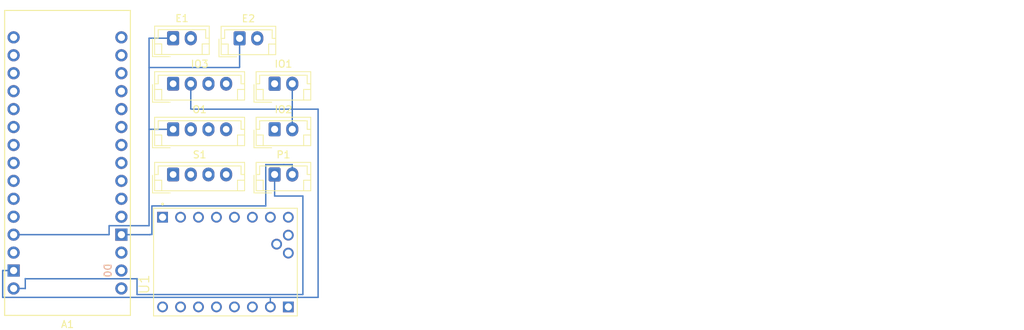
<source format=kicad_pcb>
(kicad_pcb (version 20240108) (generator "pcbnew") (generator_version "8.0")
  (layers (0 "F.Cu" signal) (31 "B.Cu" signal) (34 "B.Paste" user) (35 "F.Paste" user) (36 "B.SilkS" user "B.Silkscreen") (37 "F.SilkS" user "F.Silkscreen") (38 "B.Mask" user) (39 "F.Mask" user) (44 "Edge.Cuts" user))
  (net 0 "")
  (net 1 "GND1")
  (net 5 "+12V")
  (net 11 "SDA")
  (net 12 "IO 2")
  (net 13 "SCL")
  (net 14 "STEP")
  (net 16 "IO 3")
  (net 18 "+5V")
  (net 25 "IO 1")
  (net 29 "DIR")
  (net 30 "E1")
  (net 31 "E2")
  (net 32 "B+")
  (net 33 "A-")
  (net 34 "A+")
  (net 35 "B-")
  (footprint "Connector_JST:JST_EH_B4B-EH-A_1x04_P2.50mm_Vertical" (layer "F.Cu") (at 62.8 34.4)
    (property "Reference" "IO3" (at 3.75 -2.8 0) (layer "F.SilkS"))
    (property "Value" "Conn_01x02" (hide yes))
    (fp_line (start -2.91 0.11) (end -2.91 2.61) (stroke (width 0.12)) (layer "F.SilkS"))
    (fp_line (start -2.91 2.61) (end -0.41 2.61) (stroke (width 0.12)) (layer "F.SilkS"))
    (fp_line (start -2.61 -1.71) (end -2.61 2.31) (stroke (width 0.12)) (layer "F.SilkS"))
    (fp_line (start -2.61 0) (end -2.11 0) (stroke (width 0.12)) (layer "F.SilkS"))
    (fp_line (start -2.61 0.81) (end -1.61 0.81) (stroke (width 0.12)) (layer "F.SilkS"))
    (fp_line (start -2.61 2.31) (end 10.11 2.31) (stroke (width 0.12)) (layer "F.SilkS"))
    (fp_line (start -2.11 -1.21) (end 9.61 -1.21) (stroke (width 0.12)) (layer "F.SilkS"))
    (fp_line (start -2.11 0) (end -2.11 -1.21) (stroke (width 0.12)) (layer "F.SilkS"))
    (fp_line (start -1.61 0.81) (end -1.61 2.31) (stroke (width 0.12)) (layer "F.SilkS"))
    (fp_line (start 9.11 0.81) (end 9.11 2.31) (stroke (width 0.12)) (layer "F.SilkS"))
    (fp_line (start 9.61 -1.21) (end 9.61 0) (stroke (width 0.12)) (layer "F.SilkS"))
    (fp_line (start 9.61 0) (end 10.11 0) (stroke (width 0.12)) (layer "F.SilkS"))
    (fp_line (start 10.11 -1.71) (end -2.61 -1.71) (stroke (width 0.12)) (layer "F.SilkS"))
    (fp_line (start 10.11 0.81) (end 9.11 0.81) (stroke (width 0.12)) (layer "F.SilkS"))
    (fp_line (start 10.11 2.31) (end 10.11 -1.71) (stroke (width 0.12)) (layer "F.SilkS"))
    (pad "1" thru_hole roundrect (at 0 0) (size 1.7 1.95) (drill 0.95) (layers "*.Cu" "*.Mask") (roundrect_rratio 0.147059) (net 16 "IO 3"))
    (pad "2" thru_hole oval (at 2.5 0) (size 1.7 1.95) (drill 0.95) (layers "*.Cu" "*.Mask") (net 1 "GND1"))
    (pad "3" thru_hole oval (at 5 0) (size 1.7 1.95) (drill 0.95) (layers "*.Cu" "*.Mask"))
    (pad "4" thru_hole oval (at 7.5 0) (size 1.7 1.95) (drill 0.95) (layers "*.Cu" "*.Mask"))
  )
  (footprint "Connector_JST:JST_EH_B4B-EH-A_1x04_P2.50mm_Vertical" (layer "F.Cu") (at 62.8 47.25)
    (property "Reference" "S1" (at 3.75 -2.8 0) (layer "F.SilkS"))
    (property "Value" "Conn_01x04" (hide yes))
    (fp_line (start -2.91 0.11) (end -2.91 2.61) (stroke (width 0.12)) (layer "F.SilkS"))
    (fp_line (start -2.91 2.61) (end -0.41 2.61) (stroke (width 0.12)) (layer "F.SilkS"))
    (fp_line (start -2.61 -1.71) (end -2.61 2.31) (stroke (width 0.12)) (layer "F.SilkS"))
    (fp_line (start -2.61 0) (end -2.11 0) (stroke (width 0.12)) (layer "F.SilkS"))
    (fp_line (start -2.61 0.81) (end -1.61 0.81) (stroke (width 0.12)) (layer "F.SilkS"))
    (fp_line (start -2.61 2.31) (end 10.11 2.31) (stroke (width 0.12)) (layer "F.SilkS"))
    (fp_line (start -2.11 -1.21) (end 9.61 -1.21) (stroke (width 0.12)) (layer "F.SilkS"))
    (fp_line (start -2.11 0) (end -2.11 -1.21) (stroke (width 0.12)) (layer "F.SilkS"))
    (fp_line (start -1.61 0.81) (end -1.61 2.31) (stroke (width 0.12)) (layer "F.SilkS"))
    (fp_line (start 9.11 0.81) (end 9.11 2.31) (stroke (width 0.12)) (layer "F.SilkS"))
    (fp_line (start 9.61 -1.21) (end 9.61 0) (stroke (width 0.12)) (layer "F.SilkS"))
    (fp_line (start 9.61 0) (end 10.11 0) (stroke (width 0.12)) (layer "F.SilkS"))
    (fp_line (start 10.11 -1.71) (end -2.61 -1.71) (stroke (width 0.12)) (layer "F.SilkS"))
    (fp_line (start 10.11 0.81) (end 9.11 0.81) (stroke (width 0.12)) (layer "F.SilkS"))
    (fp_line (start 10.11 2.31) (end 10.11 -1.71) (stroke (width 0.12)) (layer "F.SilkS"))
    (pad "1" thru_hole roundrect (at 0 0) (size 1.7 1.95) (drill 0.95) (layers "*.Cu" "*.Mask") (roundrect_rratio 0.147059) (net 34 "A+"))
    (pad "2" thru_hole oval (at 2.5 0) (size 1.7 1.95) (drill 0.95) (layers "*.Cu" "*.Mask") (net 32 "B+"))
    (pad "3" thru_hole oval (at 5 0) (size 1.7 1.95) (drill 0.95) (layers "*.Cu" "*.Mask") (net 33 "A-"))
    (pad "4" thru_hole oval (at 7.5 0) (size 1.7 1.95) (drill 0.95) (layers "*.Cu" "*.Mask") (net 35 "B-"))
  )
  (footprint "Connector_JST:JST_EH_B2B-EH-A_1x02_P2.50mm_Vertical" (layer "F.Cu") (at 77.15 47.25)
    (property "Reference" "P1" (at 1.25 -2.8 0) (layer "F.SilkS"))
    (property "Value" "Conn_01x02" (hide yes))
    (fp_line (start -2.91 0.11) (end -2.91 2.61) (stroke (width 0.12)) (layer "F.SilkS"))
    (fp_line (start -2.91 2.61) (end -0.41 2.61) (stroke (width 0.12)) (layer "F.SilkS"))
    (fp_line (start -2.61 -1.71) (end -2.61 2.31) (stroke (width 0.12)) (layer "F.SilkS"))
    (fp_line (start -2.61 0) (end -2.11 0) (stroke (width 0.12)) (layer "F.SilkS"))
    (fp_line (start -2.61 0.81) (end -1.61 0.81) (stroke (width 0.12)) (layer "F.SilkS"))
    (fp_line (start -2.61 2.31) (end 5.11 2.31) (stroke (width 0.12)) (layer "F.SilkS"))
    (fp_line (start -2.11 -1.21) (end 4.61 -1.21) (stroke (width 0.12)) (layer "F.SilkS"))
    (fp_line (start -2.11 0) (end -2.11 -1.21) (stroke (width 0.12)) (layer "F.SilkS"))
    (fp_line (start -1.61 0.81) (end -1.61 2.31) (stroke (width 0.12)) (layer "F.SilkS"))
    (fp_line (start 4.11 0.81) (end 4.11 2.31) (stroke (width 0.12)) (layer "F.SilkS"))
    (fp_line (start 4.61 -1.21) (end 4.61 0) (stroke (width 0.12)) (layer "F.SilkS"))
    (fp_line (start 4.61 0) (end 5.11 0) (stroke (width 0.12)) (layer "F.SilkS"))
    (fp_line (start 5.11 -1.71) (end -2.61 -1.71) (stroke (width 0.12)) (layer "F.SilkS"))
    (fp_line (start 5.11 0.81) (end 4.11 0.81) (stroke (width 0.12)) (layer "F.SilkS"))
    (fp_line (start 5.11 2.31) (end 5.11 -1.71) (stroke (width 0.12)) (layer "F.SilkS"))
    (pad "1" thru_hole roundrect (at 0 0) (size 1.7 2) (drill 1) (layers "*.Cu" "*.Mask") (roundrect_rratio 0.147059) (net 5 "+12V"))
    (pad "2" thru_hole oval (at 2.5 0) (size 1.7 2) (drill 1) (layers "*.Cu" "*.Mask") (net 1 "GND1"))
  )
  (footprint "Connector_JST:JST_EH_B2B-EH-A_1x02_P2.50mm_Vertical" (layer "F.Cu") (at 77.15 34.4)
    (property "Reference" "IO1" (at 1.25 -2.8 0) (layer "F.SilkS"))
    (property "Value" "Conn_01x02" (hide yes))
    (fp_line (start -2.91 0.11) (end -2.91 2.61) (stroke (width 0.12)) (layer "F.SilkS"))
    (fp_line (start -2.91 2.61) (end -0.41 2.61) (stroke (width 0.12)) (layer "F.SilkS"))
    (fp_line (start -2.61 -1.71) (end -2.61 2.31) (stroke (width 0.12)) (layer "F.SilkS"))
    (fp_line (start -2.61 0) (end -2.11 0) (stroke (width 0.12)) (layer "F.SilkS"))
    (fp_line (start -2.61 0.81) (end -1.61 0.81) (stroke (width 0.12)) (layer "F.SilkS"))
    (fp_line (start -2.61 2.31) (end 5.11 2.31) (stroke (width 0.12)) (layer "F.SilkS"))
    (fp_line (start -2.11 -1.21) (end 4.61 -1.21) (stroke (width 0.12)) (layer "F.SilkS"))
    (fp_line (start -2.11 0) (end -2.11 -1.21) (stroke (width 0.12)) (layer "F.SilkS"))
    (fp_line (start -1.61 0.81) (end -1.61 2.31) (stroke (width 0.12)) (layer "F.SilkS"))
    (fp_line (start 4.11 0.81) (end 4.11 2.31) (stroke (width 0.12)) (layer "F.SilkS"))
    (fp_line (start 4.61 -1.21) (end 4.61 0) (stroke (width 0.12)) (layer "F.SilkS"))
    (fp_line (start 4.61 0) (end 5.11 0) (stroke (width 0.12)) (layer "F.SilkS"))
    (fp_line (start 5.11 -1.71) (end -2.61 -1.71) (stroke (width 0.12)) (layer "F.SilkS"))
    (fp_line (start 5.11 0.81) (end 4.11 0.81) (stroke (width 0.12)) (layer "F.SilkS"))
    (fp_line (start 5.11 2.31) (end 5.11 -1.71) (stroke (width 0.12)) (layer "F.SilkS"))
    (pad "1" thru_hole roundrect (at 0 0) (size 1.7 2) (drill 1) (layers "*.Cu" "*.Mask") (roundrect_rratio 0.147059) (net 25 "IO 1"))
    (pad "2" thru_hole oval (at 2.5 0) (size 1.7 2) (drill 1) (layers "*.Cu" "*.Mask") (net 1 "GND1"))
  )
  (footprint "Connector_JST:JST_EH_B2B-EH-A_1x02_P2.50mm_Vertical" (layer "F.Cu") (at 72.2 27.97)
    (property "Reference" "E2" (at 1.25 -2.8 0) (layer "F.SilkS"))
    (property "Value" "Conn_01x02")
    (fp_line (start -2.91 0.11) (end -2.91 2.61) (stroke (width 0.12)) (layer "F.SilkS"))
    (fp_line (start -2.91 2.61) (end -0.41 2.61) (stroke (width 0.12)) (layer "F.SilkS"))
    (fp_line (start -2.61 -1.71) (end -2.61 2.31) (stroke (width 0.12)) (layer "F.SilkS"))
    (fp_line (start -2.61 0) (end -2.11 0) (stroke (width 0.12)) (layer "F.SilkS"))
    (fp_line (start -2.61 0.81) (end -1.61 0.81) (stroke (width 0.12)) (layer "F.SilkS"))
    (fp_line (start -2.61 2.31) (end 5.11 2.31) (stroke (width 0.12)) (layer "F.SilkS"))
    (fp_line (start -2.11 -1.21) (end 4.61 -1.21) (stroke (width 0.12)) (layer "F.SilkS"))
    (fp_line (start -2.11 0) (end -2.11 -1.21) (stroke (width 0.12)) (layer "F.SilkS"))
    (fp_line (start -1.61 0.81) (end -1.61 2.31) (stroke (width 0.12)) (layer "F.SilkS"))
    (fp_line (start 4.11 0.81) (end 4.11 2.31) (stroke (width 0.12)) (layer "F.SilkS"))
    (fp_line (start 4.61 -1.21) (end 4.61 0) (stroke (width 0.12)) (layer "F.SilkS"))
    (fp_line (start 4.61 0) (end 5.11 0) (stroke (width 0.12)) (layer "F.SilkS"))
    (fp_line (start 5.11 -1.71) (end -2.61 -1.71) (stroke (width 0.12)) (layer "F.SilkS"))
    (fp_line (start 5.11 0.81) (end 4.11 0.81) (stroke (width 0.12)) (layer "F.SilkS"))
    (fp_line (start 5.11 2.31) (end 5.11 -1.71) (stroke (width 0.12)) (layer "F.SilkS"))
    (pad "1" thru_hole roundrect (at 0 0) (size 1.7 2) (drill 1) (layers "*.Cu" "*.Mask") (roundrect_rratio 0.147059) (net 18 "+5V"))
    (pad "2" thru_hole oval (at 2.5 0) (size 1.7 2) (drill 1) (layers "*.Cu" "*.Mask") (net 31 "E2"))
  )
  (footprint "PCM_arduino-library:Arduino_Nano_ESP32_Socket" (layer "F.Cu") (at 47.87 24.02 180)
    (property "Reference" "A1" (at 0 -44.45 360) (layer "F.SilkS"))
    (property "Value" "Arduino_Nano_ESP32_Socket")
    (fp_line (start 8.89 -43.18) (end 8.89 0) (stroke (width 0.15)) (layer "F.SilkS"))
    (fp_line (start -8.89 0) (end 8.89 0) (stroke (width 0.15)) (layer "F.SilkS"))
    (fp_line (start -8.89 -43.18) (end 8.89 -43.18) (stroke (width 0.15)) (layer "F.SilkS"))
    (fp_line (start -8.89 -43.18) (end -8.89 0) (stroke (width 0.15)) (layer "F.SilkS"))
    (fp_text user "D0" (at -5.715 -36.83 90) (layer "B.SilkS") (effects (justify mirror)))
    (fp_text user "D0" (at -5.715 -36.83 90) (layer "F.SilkS"))
    (pad "" np_thru_hole circle (at -7.62 -41.91 180) (size 1.8 1.8) (drill 1.8) (layers "F&B.Cu" "*.Mask"))
    (pad "" np_thru_hole circle (at -7.62 -1.27 180) (size 1.8 1.8) (drill 1.8) (layers "F&B.Cu" "*.Mask"))
    (pad "" np_thru_hole circle (at 7.62 -41.91 180) (size 1.8 1.8) (drill 1.8) (layers "F&B.Cu" "*.Mask"))
    (pad "" np_thru_hole circle (at 7.62 -1.27 180) (size 1.8 1.8) (drill 1.8) (layers "F&B.Cu" "*.Mask"))
    (pad "3V3" thru_hole circle (at 7.62 -6.35 180) (size 1.7272 1.7272) (drill 1.016) (layers "*.Cu" "*.Mask"))
    (pad "5V" thru_hole circle (at 7.62 -31.75 180) (size 1.7272 1.7272) (drill 1.016) (layers "*.Cu" "*.Mask") (net 18 "+5V"))
    (pad "A0" thru_hole circle (at 7.62 -11.43 180) (size 1.7272 1.7272) (drill 1.016) (layers "*.Cu" "*.Mask"))
    (pad "A1" thru_hole circle (at 7.62 -13.97 180) (size 1.7272 1.7272) (drill 1.016) (layers "*.Cu" "*.Mask"))
    (pad "A2" thru_hole circle (at 7.62 -16.51 180) (size 1.7272 1.7272) (drill 1.016) (layers "*.Cu" "*.Mask"))
    (pad "A3" thru_hole circle (at 7.62 -19.05 180) (size 1.7272 1.7272) (drill 1.016) (layers "*.Cu" "*.Mask"))
    (pad "A4" thru_hole circle (at 7.62 -21.59 180) (size 1.7272 1.7272) (drill 1.016) (layers "*.Cu" "*.Mask") (net 11 "SDA"))
    (pad "A5" thru_hole circle (at 7.62 -24.13 180) (size 1.7272 1.7272) (drill 1.016) (layers "*.Cu" "*.Mask") (net 13 "SCL"))
    (pad "A6" thru_hole circle (at 7.62 -26.67 180) (size 1.7272 1.7272) (drill 1.016) (layers "*.Cu" "*.Mask"))
    (pad "A7" thru_hole circle (at 7.62 -29.21 180) (size 1.7272 1.7272) (drill 1.016) (layers "*.Cu" "*.Mask"))
    (pad "B0" thru_hole circle (at 7.62 -8.89 180) (size 1.7272 1.7272) (drill 1.016) (layers "*.Cu" "*.Mask"))
    (pad "B1" thru_hole circle (at 7.62 -34.29 180) (size 1.7272 1.7272) (drill 1.016) (layers "*.Cu" "*.Mask"))
    (pad "D0" thru_hole circle (at -7.62 -36.83 180) (size 1.7272 1.7272) (drill 1.016) (layers "*.Cu" "*.Mask"))
    (pad "D1" thru_hole circle (at -7.62 -39.37 180) (size 1.7272 1.7272) (drill 1.016) (layers "*.Cu" "*.Mask"))
    (pad "D2" thru_hole circle (at -7.62 -29.21 180) (size 1.7272 1.7272) (drill 1.016) (layers "*.Cu" "*.Mask") (net 29 "DIR"))
    (pad "D3" thru_hole circle (at -7.62 -26.67 180) (size 1.7272 1.7272) (drill 1.016) (layers "*.Cu" "*.Mask") (net 14 "STEP"))
    (pad "D4" thru_hole circle (at -7.62 -24.13 180) (size 1.7272 1.7272) (drill 1.016) (layers "*.Cu" "*.Mask"))
    (pad "D5" thru_hole circle (at -7.62 -21.59 180) (size 1.7272 1.7272) (drill 1.016) (layers "*.Cu" "*.Mask") (net 25 "IO 1"))
    (pad "D6" thru_hole circle (at -7.62 -19.05 180) (size 1.7272 1.7272) (drill 1.016) (layers "*.Cu" "*.Mask") (net 12 "IO 2"))
    (pad "D7" thru_hole circle (at -7.62 -16.51 180) (size 1.7272 1.7272) (drill 1.016) (layers "*.Cu" "*.Mask") (net 16 "IO 3"))
    (pad "D8" thru_hole circle (at -7.62 -13.97 180) (size 1.7272 1.7272) (drill 1.016) (layers "*.Cu" "*.Mask"))
    (pad "D9" thru_hole circle (at -7.62 -11.43 180) (size 1.7272 1.7272) (drill 1.016) (layers "*.Cu" "*.Mask"))
    (pad "D10" thru_hole circle (at -7.62 -8.89 180) (size 1.7272 1.7272) (drill 1.016) (layers "*.Cu" "*.Mask"))
    (pad "D11" thru_hole circle (at -7.62 -6.35 180) (size 1.7272 1.7272) (drill 1.016) (layers "*.Cu" "*.Mask"))
    (pad "D12" thru_hole circle (at -7.62 -3.81 180) (size 1.7272 1.7272) (drill 1.016) (layers "*.Cu" "*.Mask"))
    (pad "D13" thru_hole circle (at 7.62 -3.81 180) (size 1.7272 1.7272) (drill 1.016) (layers "*.Cu" "*.Mask"))
    (pad "GND1" thru_hole rect (at -7.62 -31.75 180) (size 1.7272 1.7272) (drill 1.016) (layers "*.Cu" "*.Mask") (net 1 "GND1"))
    (pad "GND2" thru_hole rect (at 7.62 -36.83 180) (size 1.7272 1.7272) (drill 1.016) (layers "*.Cu" "*.Mask") (net 1 "GND1"))
    (pad "RST" thru_hole circle (at -7.62 -34.29 180) (size 1.7272 1.7272) (drill 1.016) (layers "*.Cu" "*.Mask"))
    (pad "VIN" thru_hole circle (at 7.62 -39.37 180) (size 1.7272 1.7272) (drill 1.016) (layers "*.Cu" "*.Mask") (net 5 "+12V"))
  )
  (footprint "Connector_JST:JST_EH_B4B-EH-A_1x04_P2.50mm_Vertical" (layer "F.Cu") (at 62.8 40.85)
    (property "Reference" "O1" (at 3.75 -2.8 0) (layer "F.SilkS"))
    (property "Value" "Conn_01x04" (hide yes))
    (fp_line (start -2.91 0.11) (end -2.91 2.61) (stroke (width 0.12)) (layer "F.SilkS"))
    (fp_line (start -2.91 2.61) (end -0.41 2.61) (stroke (width 0.12)) (layer "F.SilkS"))
    (fp_line (start -2.61 -1.71) (end -2.61 2.31) (stroke (width 0.12)) (layer "F.SilkS"))
    (fp_line (start -2.61 0) (end -2.11 0) (stroke (width 0.12)) (layer "F.SilkS"))
    (fp_line (start -2.61 0.81) (end -1.61 0.81) (stroke (width 0.12)) (layer "F.SilkS"))
    (fp_line (start -2.61 2.31) (end 10.11 2.31) (stroke (width 0.12)) (layer "F.SilkS"))
    (fp_line (start -2.11 -1.21) (end 9.61 -1.21) (stroke (width 0.12)) (layer "F.SilkS"))
    (fp_line (start -2.11 0) (end -2.11 -1.21) (stroke (width 0.12)) (layer "F.SilkS"))
    (fp_line (start -1.61 0.81) (end -1.61 2.31) (stroke (width 0.12)) (layer "F.SilkS"))
    (fp_line (start 9.11 0.81) (end 9.11 2.31) (stroke (width 0.12)) (layer "F.SilkS"))
    (fp_line (start 9.61 -1.21) (end 9.61 0) (stroke (width 0.12)) (layer "F.SilkS"))
    (fp_line (start 9.61 0) (end 10.11 0) (stroke (width 0.12)) (layer "F.SilkS"))
    (fp_line (start 10.11 -1.71) (end -2.61 -1.71) (stroke (width 0.12)) (layer "F.SilkS"))
    (fp_line (start 10.11 0.81) (end 9.11 0.81) (stroke (width 0.12)) (layer "F.SilkS"))
    (fp_line (start 10.11 2.31) (end 10.11 -1.71) (stroke (width 0.12)) (layer "F.SilkS"))
    (pad "1" thru_hole roundrect (at 0 0) (size 1.7 1.95) (drill 0.95) (layers "*.Cu" "*.Mask") (roundrect_rratio 0.147059) (net 18 "+5V"))
    (pad "2" thru_hole oval (at 2.5 0) (size 1.7 1.95) (drill 0.95) (layers "*.Cu" "*.Mask") (net 13 "SCL"))
    (pad "3" thru_hole oval (at 5 0) (size 1.7 1.95) (drill 0.95) (layers "*.Cu" "*.Mask") (net 11 "SDA"))
    (pad "4" thru_hole oval (at 7.5 0) (size 1.7 1.95) (drill 0.95) (layers "*.Cu" "*.Mask") (net 1 "GND1"))
  )
  (footprint "Connector_JST:JST_EH_B2B-EH-A_1x02_P2.50mm_Vertical" (layer "F.Cu") (at 62.8 27.95)
    (property "Reference" "E1" (at 1.25 -2.8 0) (layer "F.SilkS"))
    (property "Value" "Conn_01x02" (hide yes))
    (fp_line (start -2.91 0.11) (end -2.91 2.61) (stroke (width 0.12)) (layer "F.SilkS"))
    (fp_line (start -2.91 2.61) (end -0.41 2.61) (stroke (width 0.12)) (layer "F.SilkS"))
    (fp_line (start -2.61 -1.71) (end -2.61 2.31) (stroke (width 0.12)) (layer "F.SilkS"))
    (fp_line (start -2.61 0) (end -2.11 0) (stroke (width 0.12)) (layer "F.SilkS"))
    (fp_line (start -2.61 0.81) (end -1.61 0.81) (stroke (width 0.12)) (layer "F.SilkS"))
    (fp_line (start -2.61 2.31) (end 5.11 2.31) (stroke (width 0.12)) (layer "F.SilkS"))
    (fp_line (start -2.11 -1.21) (end 4.61 -1.21) (stroke (width 0.12)) (layer "F.SilkS"))
    (fp_line (start -2.11 0) (end -2.11 -1.21) (stroke (width 0.12)) (layer "F.SilkS"))
    (fp_line (start -1.61 0.81) (end -1.61 2.31) (stroke (width 0.12)) (layer "F.SilkS"))
    (fp_line (start 4.11 0.81) (end 4.11 2.31) (stroke (width 0.12)) (layer "F.SilkS"))
    (fp_line (start 4.61 -1.21) (end 4.61 0) (stroke (width 0.12)) (layer "F.SilkS"))
    (fp_line (start 4.61 0) (end 5.11 0) (stroke (width 0.12)) (layer "F.SilkS"))
    (fp_line (start 5.11 -1.71) (end -2.61 -1.71) (stroke (width 0.12)) (layer "F.SilkS"))
    (fp_line (start 5.11 0.81) (end 4.11 0.81) (stroke (width 0.12)) (layer "F.SilkS"))
    (fp_line (start 5.11 2.31) (end 5.11 -1.71) (stroke (width 0.12)) (layer "F.SilkS"))
    (pad "1" thru_hole roundrect (at 0 0) (size 1.7 2) (drill 1) (layers "*.Cu" "*.Mask") (roundrect_rratio 0.147059) (net 18 "+5V"))
    (pad "2" thru_hole oval (at 2.5 0) (size 1.7 2) (drill 1) (layers "*.Cu" "*.Mask") (net 30 "E1"))
  )
  (footprint "Connector_JST:JST_EH_B2B-EH-A_1x02_P2.50mm_Vertical" (layer "F.Cu") (at 77.15 40.85)
    (property "Reference" "IO2" (at 1.25 -2.8 0) (layer "F.SilkS"))
    (property "Value" "Conn_01x02" (hide yes))
    (fp_line (start -2.91 0.11) (end -2.91 2.61) (stroke (width 0.12)) (layer "F.SilkS"))
    (fp_line (start -2.91 2.61) (end -0.41 2.61) (stroke (width 0.12)) (layer "F.SilkS"))
    (fp_line (start -2.61 -1.71) (end -2.61 2.31) (stroke (width 0.12)) (layer "F.SilkS"))
    (fp_line (start -2.61 0) (end -2.11 0) (stroke (width 0.12)) (layer "F.SilkS"))
    (fp_line (start -2.61 0.81) (end -1.61 0.81) (stroke (width 0.12)) (layer "F.SilkS"))
    (fp_line (start -2.61 2.31) (end 5.11 2.31) (stroke (width 0.12)) (layer "F.SilkS"))
    (fp_line (start -2.11 -1.21) (end 4.61 -1.21) (stroke (width 0.12)) (layer "F.SilkS"))
    (fp_line (start -2.11 0) (end -2.11 -1.21) (stroke (width 0.12)) (layer "F.SilkS"))
    (fp_line (start -1.61 0.81) (end -1.61 2.31) (stroke (width 0.12)) (layer "F.SilkS"))
    (fp_line (start 4.11 0.81) (end 4.11 2.31) (stroke (width 0.12)) (layer "F.SilkS"))
    (fp_line (start 4.61 -1.21) (end 4.61 0) (stroke (width 0.12)) (layer "F.SilkS"))
    (fp_line (start 4.61 0) (end 5.11 0) (stroke (width 0.12)) (layer "F.SilkS"))
    (fp_line (start 5.11 -1.71) (end -2.61 -1.71) (stroke (width 0.12)) (layer "F.SilkS"))
    (fp_line (start 5.11 0.81) (end 4.11 0.81) (stroke (width 0.12)) (layer "F.SilkS"))
    (fp_line (start 5.11 2.31) (end 5.11 -1.71) (stroke (width 0.12)) (layer "F.SilkS"))
    (pad "1" thru_hole roundrect (at 0 0) (size 1.7 2) (drill 1) (layers "*.Cu" "*.Mask") (roundrect_rratio 0.147059) (net 12 "IO 2"))
    (pad "2" thru_hole oval (at 2.5 0) (size 1.7 2) (drill 1) (layers "*.Cu" "*.Mask") (net 1 "GND1"))
  )
  (footprint "TMC2208:MODULE_TMC2208_SILENTSTEPSTICK" (layer "F.Cu") (at 70.2 59.65 90)
    (property "Reference" "U1" (at -3.155 -11.489 90) (layer "F.SilkS") (effects (font (size 1.4 1.4))))
    (property "Value" "TMC2208_SILENTSTEPSTICK" (hide yes))
    (fp_line (start 7.62 -10.16) (end -7.62 -10.16) (stroke (width 0.127)) (layer "F.SilkS"))
    (fp_line (start -7.62 -10.16) (end -7.62 10.16) (stroke (width 0.127)) (layer "F.SilkS"))
    (fp_line (start 7.62 10.16) (end 7.62 -10.16) (stroke (width 0.127)) (layer "F.SilkS"))
    (fp_line (start -7.62 10.16) (end 7.62 10.16) (stroke (width 0.127)) (layer "F.SilkS"))
    (fp_circle (center 8.21 -8.89) (end 8.31 -8.89) (stroke (width 0.2)) (fill none) (layer "F.SilkS"))
    (pad "JP1_1" thru_hole rect (at 6.35 -8.89 90) (size 1.524 1.524) (drill 1.016) (layers "*.Cu" "*.Mask") (net 14 "STEP"))
    (pad "JP1_2" thru_hole circle (at 6.35 -6.35 90) (size 1.524 1.524) (drill 1.016) (layers "*.Cu" "*.Mask") (net 29 "DIR"))
    (pad "JP1_3" thru_hole circle (at 6.35 -3.81 90) (size 1.524 1.524) (drill 1.016) (layers "*.Cu" "*.Mask"))
    (pad "JP1_4" thru_hole circle (at 6.35 -1.27 90) (size 1.524 1.524) (drill 1.016) (layers "*.Cu" "*.Mask"))
    (pad "JP1_5" thru_hole circle (at 6.35 1.27 90) (size 1.524 1.524) (drill 1.016) (layers "*.Cu" "*.Mask"))
    (pad "JP1_6" thru_hole circle (at 6.35 3.81 90) (size 1.524 1.524) (drill 1.016) (layers "*.Cu" "*.Mask"))
    (pad "JP1_7" thru_hole circle (at 6.35 6.35 90) (size 1.524 1.524) (drill 1.016) (layers "*.Cu" "*.Mask"))
    (pad "JP1_8" thru_hole circle (at 6.35 8.89 90) (size 1.524 1.524) (drill 1.016) (layers "*.Cu" "*.Mask"))
    (pad "JP2_1" thru_hole rect (at -6.35 8.89 90) (size 1.524 1.524) (drill 1.016) (layers "*.Cu" "*.Mask"))
    (pad "JP2_2" thru_hole circle (at -6.35 6.35 90) (size 1.524 1.524) (drill 1.016) (layers "*.Cu" "*.Mask") (net 1 "GND1"))
    (pad "JP2_3" thru_hole circle (at -6.35 3.81 90) (size 1.524 1.524) (drill 1.016) (layers "*.Cu" "*.Mask") (net 33 "A-"))
    (pad "JP2_4" thru_hole circle (at -6.35 1.27 90) (size 1.524 1.524) (drill 1.016) (layers "*.Cu" "*.Mask") (net 34 "A+"))
    (pad "JP2_5" thru_hole circle (at -6.35 -1.27 90) (size 1.524 1.524) (drill 1.016) (layers "*.Cu" "*.Mask") (net 32 "B+"))
    (pad "JP2_6" thru_hole circle (at -6.35 -3.81 90) (size 1.524 1.524) (drill 1.016) (layers "*.Cu" "*.Mask") (net 35 "B-"))
    (pad "JP2_7" thru_hole circle (at -6.35 -6.35 90) (size 1.524 1.524) (drill 1.016) (layers "*.Cu" "*.Mask"))
    (pad "JP2_8" thru_hole circle (at -6.35 -8.89 90) (size 1.524 1.524) (drill 1.016) (layers "*.Cu" "*.Mask") (net 1 "GND1"))
    (pad "JP3_1" thru_hole circle (at 1.27 8.89 90) (size 1.524 1.524) (drill 1.016) (layers "*.Cu" "*.Mask"))
    (pad "JP3_2" thru_hole circle (at 3.81 8.89 90) (size 1.524 1.524) (drill 1.016) (layers "*.Cu" "*.Mask"))
    (pad "VREF" thru_hole circle (at 2.54 7.239 90) (size 1.524 1.524) (drill 1.016) (layers "*.Cu" "*.Mask"))
  )
  (segment (start 78.45 45.85) (end 75.9 45.85) (width 0.2) (layer "B.Cu") (net 1))
  (segment (start 79.65 38) (end 83.3 38) (width 0.2) (layer "B.Cu") (net 1))
  (segment (start 38.7 60.85) (end 40.25 60.85) (width 0.2) (layer "B.Cu") (net 1))
  (segment (start 83.3 38) (end 83.3 64.65) (width 0.2) (layer "B.Cu") (net 1))
  (segment (start 76.55 64.65) (end 76.55 66) (width 0.2) (layer "B.Cu") (net 1))
  (segment (start 75.9 51.7) (end 59.8 51.7) (width 0.2) (layer "B.Cu") (net 1))
  (segment (start 79.65 45.85) (end 78.45 45.85) (width 0.2) (layer "B.Cu") (net 1))
  (segment (start 59.8 51.7) (end 59.8 55.75) (width 0.2) (layer "B.Cu") (net 1))
  (segment (start 75.9 45.85) (end 75.9 51.7) (width 0.2) (layer "B.Cu") (net 1))
  (segment (start 65.3 37.95) (end 65.35 38) (width 0.2) (layer "B.Cu") (net 1))
  (segment (start 59.8 55.75) (end 59.55 55.75) (width 0.2) (layer "B.Cu") (net 1))
  (segment (start 38.7 64.65) (end 38.7 60.85) (width 0.2) (layer "B.Cu") (net 1))
  (segment (start 79.65 34.4) (end 79.65 38) (width 0.2) (layer "B.Cu") (net 1))
  (segment (start 65.3 34.4) (end 65.3 37.95) (width 0.2) (layer "B.Cu") (net 1))
  (segment (start 65.35 38) (end 79.65 38) (width 0.2) (layer "B.Cu") (net 1))
  (segment (start 83.3 64.65) (end 76.55 64.65) (width 0.2) (layer "B.Cu") (net 1))
  (segment (start 59.53 55.77) (end 55.49 55.77) (width 0.2) (layer "B.Cu") (net 1))
  (segment (start 76.55 64.65) (end 38.7 64.65) (width 0.2) (layer "B.Cu") (net 1))
  (segment (start 79.65 47.25) (end 79.65 45.85) (width 0.2) (layer "B.Cu") (net 1))
  (segment (start 79.65 40.85) (end 79.65 38) (width 0.2) (layer "B.Cu") (net 1))
  (segment (start 59.55 55.75) (end 59.53 55.77) (width 0.2) (layer "B.Cu") (net 1))
  (segment (start 77.15 47.25) (end 77.15 50.3) (width 0.2) (layer "B.Cu") (net 5))
  (segment (start 81.15 64.25) (end 57.7 64.25) (width 0.2) (layer "B.Cu") (net 5))
  (segment (start 57.7 62) (end 57.6864 62.0136) (width 0.2) (layer "B.Cu") (net 5))
  (segment (start 77.15 50.3) (end 81.15 50.3) (width 0.2) (layer "B.Cu") (net 5))
  (segment (start 57.7 64.25) (end 57.7 62) (width 0.2) (layer "B.Cu") (net 5))
  (segment (start 41.89 63.39) (end 40.25 63.39) (width 0.2) (layer "B.Cu") (net 5))
  (segment (start 41.9 63.4) (end 41.89 63.39) (width 0.2) (layer "B.Cu") (net 5))
  (segment (start 41.9136 62.0136) (end 41.9 62) (width 0.2) (layer "B.Cu") (net 5))
  (segment (start 81.15 50.3) (end 81.15 64.25) (width 0.2) (layer "B.Cu") (net 5))
  (segment (start 41.9 62) (end 41.9 63.4) (width 0.2) (layer "B.Cu") (net 5))
  (segment (start 57.6864 62.0136) (end 41.9136 62.0136) (width 0.2) (layer "B.Cu") (net 5))
  (segment (start 40.25 55.77) (end 53.73 55.77) (width 0.2) (layer "B.Cu") (net 18))
  (segment (start 53.75 54.5) (end 59.4 54.5) (width 0.2) (layer "B.Cu") (net 18))
  (segment (start 59.4 32.1) (end 72.15 32.1) (width 0.2) (layer "B.Cu") (net 18))
  (segment (start 53.75 55.75) (end 53.75 54.5) (width 0.2) (layer "B.Cu") (net 18))
  (segment (start 72.2 32.05) (end 72.2 27.97) (width 0.2) (layer "B.Cu") (net 18))
  (segment (start 53.73 55.77) (end 53.75 55.75) (width 0.2) (layer "B.Cu") (net 18))
  (segment (start 72.15 32.1) (end 72.2 32.05) (width 0.2) (layer "B.Cu") (net 18))
  (segment (start 59.4 54.5) (end 59.4 40.85) (width 0.2) (layer "B.Cu") (net 18))
  (segment (start 59.4 32.1) (end 59.4 27.95) (width 0.2) (layer "B.Cu") (net 18))
  (segment (start 59.4 40.85) (end 59.4 32.1) (width 0.2) (layer "B.Cu") (net 18))
  (segment (start 59.4 40.85) (end 62.8 40.85) (width 0.2) (layer "B.Cu") (net 18))
  (segment (start 59.4 27.95) (end 62.8 27.95) (width 0.2) (layer "B.Cu") (net 18))
)
</source>
